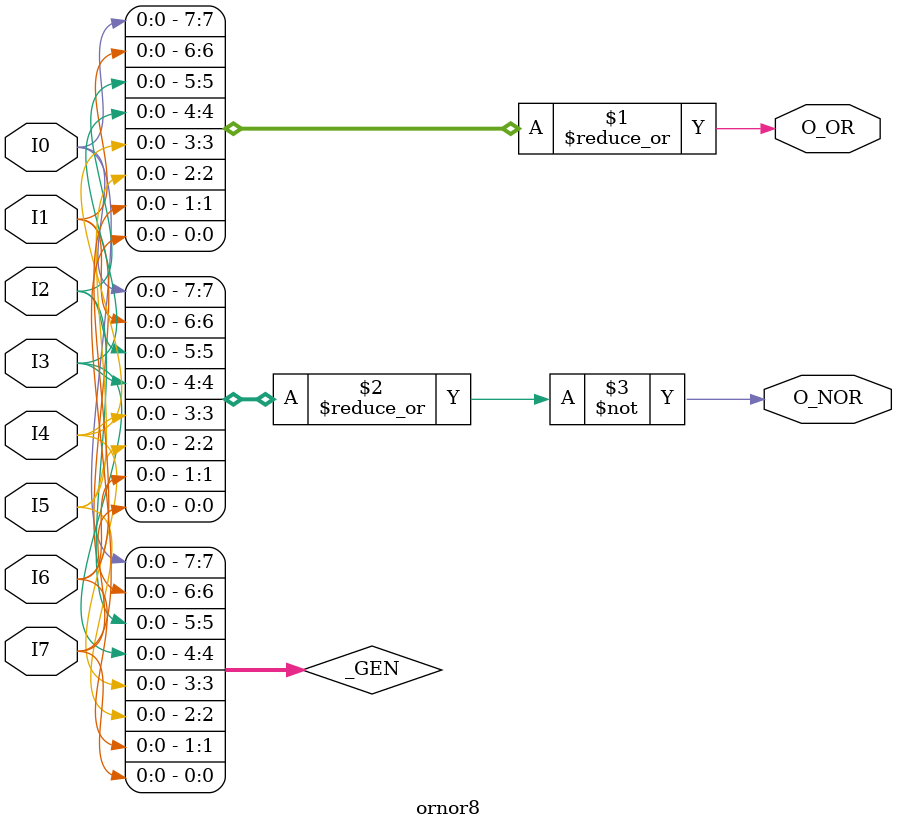
<source format=v>
module ornor8(	// file.cleaned.mlir:2:3
  input  I0,	// file.cleaned.mlir:2:24
         I1,	// file.cleaned.mlir:2:37
         I2,	// file.cleaned.mlir:2:50
         I3,	// file.cleaned.mlir:2:63
         I4,	// file.cleaned.mlir:2:76
         I5,	// file.cleaned.mlir:2:89
         I6,	// file.cleaned.mlir:2:102
         I7,	// file.cleaned.mlir:2:115
  output O_OR,	// file.cleaned.mlir:2:129
         O_NOR	// file.cleaned.mlir:2:144
);

  wire [7:0] _GEN = {I0, I1, I2, I3, I4, I5, I6, I7};	// file.cleaned.mlir:5:10
  assign O_OR = |_GEN;	// file.cleaned.mlir:5:10, :6:10, :8:5
  assign O_NOR = ~(|_GEN);	// file.cleaned.mlir:5:10, :6:10, :7:10, :8:5
endmodule


</source>
